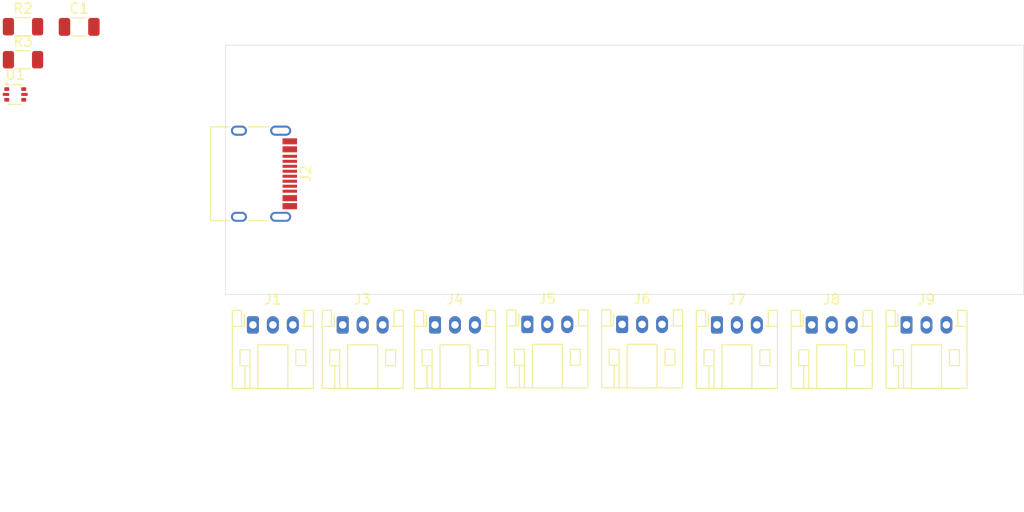
<source format=kicad_pcb>
(kicad_pcb (version 20241229) (generator "pcbnew") (generator_version "9.0")
  (layers (0 "F.Cu" signal) (2 "B.Cu" signal) (13 "F.Paste" user) (15 "B.Paste" user) (5 "F.SilkS" user "F.Silkscreen") (7 "B.SilkS" user "B.Silkscreen") (1 "F.Mask" user) (3 "B.Mask" user) (25 "Edge.Cuts" user))
  (net 0 "")
  (net 1 "+5V")
  (net 2 "GND")
  (net 5 "Net-(J2-D--PadA7)")
  (net 6 "Net-(J2-D+-PadA6)")
  (net 8 "Net-(J2-CC1)")
  (net 11 "Net-(J2-CC2)")
  (footprint "Connector_USB:USB_C_Receptacle_HRO_TYPE-C-31-M-12" (layer "F.Cu") (at 2.4 12.89 -90)
    (property "Reference" "J2" (at 0 -5.645 90) (layer "F.SilkS"))
    (property "Value" "USB_C_Receptacle_USB2.0_16P")
    (fp_line (start -4.7 3.9) (end 4.7 3.9) (stroke (width 0.12)) (layer "F.SilkS"))
    (fp_line (start -4.7 2) (end -4.7 3.9) (stroke (width 0.12)) (layer "F.SilkS"))
    (fp_line (start 4.7 2) (end 4.7 3.9) (stroke (width 0.12)) (layer "F.SilkS"))
    (fp_line (start -4.7 -1.9) (end -4.7 0.1) (stroke (width 0.12)) (layer "F.SilkS"))
    (fp_line (start 4.7 -1.9) (end 4.7 0.1) (stroke (width 0.12)) (layer "F.SilkS"))
    (pad "" np_thru_hole circle (at -2.89 -2.6 270) (size 0.65 0.65) (drill 0.65) (layers "*.Cu" "*.Mask"))
    (pad "" np_thru_hole circle (at 2.89 -2.6 270) (size 0.65 0.65) (drill 0.65) (layers "*.Cu" "*.Mask"))
    (pad "A1" smd rect (at -3.25 -4.045 270) (size 0.6 1.45) (layers "F.Cu" "F.Mask" "F.Paste") (net 2 "GND"))
    (pad "A4" smd rect (at -2.45 -4.045 270) (size 0.6 1.45) (layers "F.Cu" "F.Mask" "F.Paste") (net 1 "+5V"))
    (pad "A5" smd rect (at -1.25 -4.045 270) (size 0.3 1.45) (layers "F.Cu" "F.Mask" "F.Paste") (net 8 "Net-(J2-CC1)"))
    (pad "A6" smd rect (at -0.25 -4.045 270) (size 0.3 1.45) (layers "F.Cu" "F.Mask" "F.Paste") (net 6 "Net-(J2-D+-PadA6)"))
    (pad "A7" smd rect (at 0.25 -4.045 270) (size 0.3 1.45) (layers "F.Cu" "F.Mask" "F.Paste") (net 5 "Net-(J2-D--PadA7)"))
    (pad "A8" smd rect (at 1.25 -4.045 270) (size 0.3 1.45) (layers "F.Cu" "F.Mask" "F.Paste"))
    (pad "A9" smd rect (at 2.45 -4.045 270) (size 0.6 1.45) (layers "F.Cu" "F.Mask" "F.Paste") (net 1 "+5V"))
    (pad "A12" smd rect (at 3.25 -4.045 270) (size 0.6 1.45) (layers "F.Cu" "F.Mask" "F.Paste") (net 2 "GND"))
    (pad "B1" smd rect (at 3.25 -4.045 270) (size 0.6 1.45) (layers "F.Cu" "F.Mask" "F.Paste") (net 2 "GND"))
    (pad "B4" smd rect (at 2.45 -4.045 270) (size 0.6 1.45) (layers "F.Cu" "F.Mask" "F.Paste") (net 1 "+5V"))
    (pad "B5" smd rect (at 1.75 -4.045 270) (size 0.3 1.45) (layers "F.Cu" "F.Mask" "F.Paste") (net 11 "Net-(J2-CC2)"))
    (pad "B6" smd rect (at 0.75 -4.045 270) (size 0.3 1.45) (layers "F.Cu" "F.Mask" "F.Paste") (net 6 "Net-(J2-D+-PadA6)"))
    (pad "B7" smd rect (at -0.75 -4.045 270) (size 0.3 1.45) (layers "F.Cu" "F.Mask" "F.Paste") (net 5 "Net-(J2-D--PadA7)"))
    (pad "B8" smd rect (at -1.75 -4.045 270) (size 0.3 1.45) (layers "F.Cu" "F.Mask" "F.Paste"))
    (pad "B9" smd rect (at -2.45 -4.045 270) (size 0.6 1.45) (layers "F.Cu" "F.Mask" "F.Paste") (net 1 "+5V"))
    (pad "B12" smd rect (at -3.25 -4.045 270) (size 0.6 1.45) (layers "F.Cu" "F.Mask" "F.Paste") (net 2 "GND"))
    (pad "S1" thru_hole oval (at -4.32 -3.13 270) (size 1 2.1) (drill oval 0.6 1.7) (property pad_prop_heatsink) (layers "*.Cu" "*.Mask"))
    (pad "S1" thru_hole oval (at -4.32 1.05 270) (size 1 1.6) (drill oval 0.6 1.2) (property pad_prop_heatsink) (layers "*.Cu" "*.Mask"))
    (pad "S1" thru_hole oval (at 4.32 -3.13 270) (size 1 2.1) (drill oval 0.6 1.7) (property pad_prop_heatsink) (layers "*.Cu" "*.Mask"))
    (pad "S1" thru_hole oval (at 4.32 1.05 270) (size 1 1.6) (drill oval 0.6 1.2) (property pad_prop_heatsink) (layers "*.Cu" "*.Mask"))
  )
  (footprint "Package_TO_SOT_SMD:SOT-666" (layer "F.Cu") (at -21.07 4.935)
    (property "Reference" "U1" (at 0 -2 0) (layer "F.SilkS"))
    (property "Value" "USBLC6-2P6")
    (fp_line (start 0.65 -0.99) (end -0.4 -0.99) (stroke (width 0.12)) (layer "F.SilkS"))
    (fp_line (start 0.65 0.99) (end -0.65 0.99) (stroke (width 0.12)) (layer "F.SilkS"))
    (fp_poly (pts (xy -0.77 -0.99) (xy -1.05 -0.99) (xy -0.77 -1.27) (xy -0.77 -0.99)) (stroke (width 0.12)) (fill yes) (layer "F.SilkS"))
    (pad "1" smd roundrect (at -0.85 -0.5375) (size 0.5 0.375) (layers "F.Cu" "F.Mask" "F.Paste") (net 5 "Net-(J2-D--PadA7)"))
    (pad "2" smd roundrect (at -0.925 0) (size 0.65 0.3) (layers "F.Cu" "F.Mask" "F.Paste") (net 2 "GND"))
    (pad "3" smd roundrect (at -0.85 0.5375) (size 0.5 0.375) (layers "F.Cu" "F.Mask" "F.Paste") (net 6 "Net-(J2-D+-PadA6)"))
    (pad "4" smd roundrect (at 0.85 0.5375) (size 0.5 0.375) (layers "F.Cu" "F.Mask" "F.Paste"))
    (pad "5" smd roundrect (at 0.925 0) (size 0.65 0.3) (layers "F.Cu" "F.Mask" "F.Paste") (net 1 "+5V"))
    (pad "6" smd roundrect (at 0.85 -0.5375) (size 0.5 0.375) (layers "F.Cu" "F.Mask" "F.Paste"))
  )
  (footprint "Connector_JST:JST_PH_S3B-PH-K_1x03_P2.00mm_Horizontal" (layer "F.Cu") (at 49.25 28.05)
    (property "Reference" "J7" (at 2 -2.55 0) (layer "F.SilkS"))
    (property "Value" "Conn_01x03")
    (fp_line (start -2.06 -1.46) (end -2.06 6.36) (stroke (width 0.12)) (layer "F.SilkS"))
    (fp_line (start -2.06 0.14) (end -1.14 0.14) (stroke (width 0.12)) (layer "F.SilkS"))
    (fp_line (start -2.06 6.36) (end 6.06 6.36) (stroke (width 0.12)) (layer "F.SilkS"))
    (fp_line (start -1.14 -1.46) (end -2.06 -1.46) (stroke (width 0.12)) (layer "F.SilkS"))
    (fp_line (start -1.14 0.14) (end -1.14 -1.46) (stroke (width 0.12)) (layer "F.SilkS"))
    (fp_line (start -0.86 0.14) (end -1.14 0.14) (stroke (width 0.12)) (layer "F.SilkS"))
    (fp_line (start -0.86 0.14) (end -0.86 -1.075) (stroke (width 0.12)) (layer "F.SilkS"))
    (fp_line (start -0.8 4.1) (end -0.8 6.36) (stroke (width 0.12)) (layer "F.SilkS"))
    (fp_line (start -0.3 4.1) (end -0.3 6.36) (stroke (width 0.12)) (layer "F.SilkS"))
    (fp_line (start 0.5 2) (end 3.5 2) (stroke (width 0.12)) (layer "F.SilkS"))
    (fp_line (start 0.5 6.36) (end 0.5 2) (stroke (width 0.12)) (layer "F.SilkS"))
    (fp_line (start 3.5 2) (end 3.5 6.36) (stroke (width 0.12)) (layer "F.SilkS"))
    (fp_line (start 5.14 -1.46) (end 5.14 0.14) (stroke (width 0.12)) (layer "F.SilkS"))
    (fp_line (start 5.14 0.14) (end 4.86 0.14) (stroke (width 0.12)) (layer "F.SilkS"))
    (fp_line (start 6.06 -1.46) (end 5.14 -1.46) (stroke (width 0.12)) (layer "F.SilkS"))
    (fp_line (start 6.06 0.14) (end 5.14 0.14) (stroke (width 0.12)) (layer "F.SilkS"))
    (fp_line (start 6.06 6.36) (end 6.06 -1.46) (stroke (width 0.12)) (layer "F.SilkS"))
    (fp_rect (start -1.3 2.5) (end -0.3 4.1) (stroke (width 0.12)) (fill no) (layer "F.SilkS"))
    (fp_rect (start 4.3 2.5) (end 5.3 4.1) (stroke (width 0.12)) (fill no) (layer "F.SilkS"))
    (pad "1" thru_hole roundrect (at 0 0) (size 1.2 1.75) (drill 0.75) (layers "*.Cu" "*.Mask") (roundrect_rratio 0.208333) (net 1 "+5V"))
    (pad "2" thru_hole oval (at 2 0) (size 1.2 1.75) (drill 0.75) (layers "*.Cu" "*.Mask"))
    (pad "3" thru_hole oval (at 4 0) (size 1.2 1.75) (drill 0.75) (layers "*.Cu" "*.Mask") (net 2 "GND"))
  )
  (footprint "Connector_JST:JST_PH_S3B-PH-K_1x03_P2.00mm_Horizontal" (layer "F.Cu") (at 39.75 28)
    (property "Reference" "J6" (at 2 -2.55 0) (layer "F.SilkS"))
    (property "Value" "Conn_01x03")
    (fp_line (start -2.06 -1.46) (end -2.06 6.36) (stroke (width 0.12)) (layer "F.SilkS"))
    (fp_line (start -2.06 0.14) (end -1.14 0.14) (stroke (width 0.12)) (layer "F.SilkS"))
    (fp_line (start -2.06 6.36) (end 6.06 6.36) (stroke (width 0.12)) (layer "F.SilkS"))
    (fp_line (start -1.14 -1.46) (end -2.06 -1.46) (stroke (width 0.12)) (layer "F.SilkS"))
    (fp_line (start -1.14 0.14) (end -1.14 -1.46) (stroke (width 0.12)) (layer "F.SilkS"))
    (fp_line (start -0.86 0.14) (end -1.14 0.14) (stroke (width 0.12)) (layer "F.SilkS"))
    (fp_line (start -0.86 0.14) (end -0.86 -1.075) (stroke (width 0.12)) (layer "F.SilkS"))
    (fp_line (start -0.8 4.1) (end -0.8 6.36) (stroke (width 0.12)) (layer "F.SilkS"))
    (fp_line (start -0.3 4.1) (end -0.3 6.36) (stroke (width 0.12)) (layer "F.SilkS"))
    (fp_line (start 0.5 2) (end 3.5 2) (stroke (width 0.12)) (layer "F.SilkS"))
    (fp_line (start 0.5 6.36) (end 0.5 2) (stroke (width 0.12)) (layer "F.SilkS"))
    (fp_line (start 3.5 2) (end 3.5 6.36) (stroke (width 0.12)) (layer "F.SilkS"))
    (fp_line (start 5.14 -1.46) (end 5.14 0.14) (stroke (width 0.12)) (layer "F.SilkS"))
    (fp_line (start 5.14 0.14) (end 4.86 0.14) (stroke (width 0.12)) (layer "F.SilkS"))
    (fp_line (start 6.06 -1.46) (end 5.14 -1.46) (stroke (width 0.12)) (layer "F.SilkS"))
    (fp_line (start 6.06 0.14) (end 5.14 0.14) (stroke (width 0.12)) (layer "F.SilkS"))
    (fp_line (start 6.06 6.36) (end 6.06 -1.46) (stroke (width 0.12)) (layer "F.SilkS"))
    (fp_rect (start -1.3 2.5) (end -0.3 4.1) (stroke (width 0.12)) (fill no) (layer "F.SilkS"))
    (fp_rect (start 4.3 2.5) (end 5.3 4.1) (stroke (width 0.12)) (fill no) (layer "F.SilkS"))
    (pad "1" thru_hole roundrect (at 0 0) (size 1.2 1.75) (drill 0.75) (layers "*.Cu" "*.Mask") (roundrect_rratio 0.208333) (net 1 "+5V"))
    (pad "2" thru_hole oval (at 2 0) (size 1.2 1.75) (drill 0.75) (layers "*.Cu" "*.Mask"))
    (pad "3" thru_hole oval (at 4 0) (size 1.2 1.75) (drill 0.75) (layers "*.Cu" "*.Mask") (net 2 "GND"))
  )
  (footprint "Connector_JST:JST_PH_S3B-PH-K_1x03_P2.00mm_Horizontal" (layer "F.Cu") (at 58.75 28.05)
    (property "Reference" "J8" (at 2 -2.55 0) (layer "F.SilkS"))
    (property "Value" "Conn_01x03")
    (fp_line (start -2.06 -1.46) (end -2.06 6.36) (stroke (width 0.12)) (layer "F.SilkS"))
    (fp_line (start -2.06 0.14) (end -1.14 0.14) (stroke (width 0.12)) (layer "F.SilkS"))
    (fp_line (start -2.06 6.36) (end 6.06 6.36) (stroke (width 0.12)) (layer "F.SilkS"))
    (fp_line (start -1.14 -1.46) (end -2.06 -1.46) (stroke (width 0.12)) (layer "F.SilkS"))
    (fp_line (start -1.14 0.14) (end -1.14 -1.46) (stroke (width 0.12)) (layer "F.SilkS"))
    (fp_line (start -0.86 0.14) (end -1.14 0.14) (stroke (width 0.12)) (layer "F.SilkS"))
    (fp_line (start -0.86 0.14) (end -0.86 -1.075) (stroke (width 0.12)) (layer "F.SilkS"))
    (fp_line (start -0.8 4.1) (end -0.8 6.36) (stroke (width 0.12)) (layer "F.SilkS"))
    (fp_line (start -0.3 4.1) (end -0.3 6.36) (stroke (width 0.12)) (layer "F.SilkS"))
    (fp_line (start 0.5 2) (end 3.5 2) (stroke (width 0.12)) (layer "F.SilkS"))
    (fp_line (start 0.5 6.36) (end 0.5 2) (stroke (width 0.12)) (layer "F.SilkS"))
    (fp_line (start 3.5 2) (end 3.5 6.36) (stroke (width 0.12)) (layer "F.SilkS"))
    (fp_line (start 5.14 -1.46) (end 5.14 0.14) (stroke (width 0.12)) (layer "F.SilkS"))
    (fp_line (start 5.14 0.14) (end 4.86 0.14) (stroke (width 0.12)) (layer "F.SilkS"))
    (fp_line (start 6.06 -1.46) (end 5.14 -1.46) (stroke (width 0.12)) (layer "F.SilkS"))
    (fp_line (start 6.06 0.14) (end 5.14 0.14) (stroke (width 0.12)) (layer "F.SilkS"))
    (fp_line (start 6.06 6.36) (end 6.06 -1.46) (stroke (width 0.12)) (layer "F.SilkS"))
    (fp_rect (start -1.3 2.5) (end -0.3 4.1) (stroke (width 0.12)) (fill no) (layer "F.SilkS"))
    (fp_rect (start 4.3 2.5) (end 5.3 4.1) (stroke (width 0.12)) (fill no) (layer "F.SilkS"))
    (pad "1" thru_hole roundrect (at 0 0) (size 1.2 1.75) (drill 0.75) (layers "*.Cu" "*.Mask") (roundrect_rratio 0.208333) (net 1 "+5V"))
    (pad "2" thru_hole oval (at 2 0) (size 1.2 1.75) (drill 0.75) (layers "*.Cu" "*.Mask"))
    (pad "3" thru_hole oval (at 4 0) (size 1.2 1.75) (drill 0.75) (layers "*.Cu" "*.Mask") (net 2 "GND"))
  )
  (footprint "Capacitor_SMD:C_1206_3216Metric" (layer "F.Cu") (at -14.66 -1.84)
    (property "Reference" "C1" (at 0 -1.85 0) (layer "F.SilkS"))
    (property "Value" "100nF")
    (fp_line (start -0.711252 -0.91) (end 0.711252 -0.91) (stroke (width 0.12)) (layer "F.SilkS"))
    (fp_line (start -0.711252 0.91) (end 0.711252 0.91) (stroke (width 0.12)) (layer "F.SilkS"))
    (pad "1" smd roundrect (at -1.475 0) (size 1.15 1.8) (layers "F.Cu" "F.Mask" "F.Paste") (roundrect_rratio 0.217391) (net 1 "+5V"))
    (pad "2" smd roundrect (at 1.475 0) (size 1.15 1.8) (layers "F.Cu" "F.Mask" "F.Paste") (roundrect_rratio 0.217391) (net 2 "GND"))
  )
  (footprint "Connector_JST:JST_PH_S3B-PH-K_1x03_P2.00mm_Horizontal" (layer "F.Cu") (at 2.75 28.05)
    (property "Reference" "J1" (at 2 -2.55 0) (layer "F.SilkS"))
    (property "Value" "Conn_01x03")
    (fp_line (start -2.06 -1.46) (end -2.06 6.36) (stroke (width 0.12)) (layer "F.SilkS"))
    (fp_line (start -2.06 0.14) (end -1.14 0.14) (stroke (width 0.12)) (layer "F.SilkS"))
    (fp_line (start -2.06 6.36) (end 6.06 6.36) (stroke (width 0.12)) (layer "F.SilkS"))
    (fp_line (start -1.14 -1.46) (end -2.06 -1.46) (stroke (width 0.12)) (layer "F.SilkS"))
    (fp_line (start -1.14 0.14) (end -1.14 -1.46) (stroke (width 0.12)) (layer "F.SilkS"))
    (fp_line (start -0.86 0.14) (end -1.14 0.14) (stroke (width 0.12)) (layer "F.SilkS"))
    (fp_line (start -0.86 0.14) (end -0.86 -1.075) (stroke (width 0.12)) (layer "F.SilkS"))
    (fp_line (start -0.8 4.1) (end -0.8 6.36) (stroke (width 0.12)) (layer "F.SilkS"))
    (fp_line (start -0.3 4.1) (end -0.3 6.36) (stroke (width 0.12)) (layer "F.SilkS"))
    (fp_line (start 0.5 2) (end 3.5 2) (stroke (width 0.12)) (layer "F.SilkS"))
    (fp_line (start 0.5 6.36) (end 0.5 2) (stroke (width 0.12)) (layer "F.SilkS"))
    (fp_line (start 3.5 2) (end 3.5 6.36) (stroke (width 0.12)) (layer "F.SilkS"))
    (fp_line (start 5.14 -1.46) (end 5.14 0.14) (stroke (width 0.12)) (layer "F.SilkS"))
    (fp_line (start 5.14 0.14) (end 4.86 0.14) (stroke (width 0.12)) (layer "F.SilkS"))
    (fp_line (start 6.06 -1.46) (end 5.14 -1.46) (stroke (width 0.12)) (layer "F.SilkS"))
    (fp_line (start 6.06 0.14) (end 5.14 0.14) (stroke (width 0.12)) (layer "F.SilkS"))
    (fp_line (start 6.06 6.36) (end 6.06 -1.46) (stroke (width 0.12)) (layer "F.SilkS"))
    (fp_rect (start -1.3 2.5) (end -0.3 4.1) (stroke (width 0.12)) (fill no) (layer "F.SilkS"))
    (fp_rect (start 4.3 2.5) (end 5.3 4.1) (stroke (width 0.12)) (fill no) (layer "F.SilkS"))
    (pad "1" thru_hole roundrect (at 0 0) (size 1.2 1.75) (drill 0.75) (layers "*.Cu" "*.Mask") (roundrect_rratio 0.208333) (net 1 "+5V"))
    (pad "2" thru_hole oval (at 2 0) (size 1.2 1.75) (drill 0.75) (layers "*.Cu" "*.Mask"))
    (pad "3" thru_hole oval (at 4 0) (size 1.2 1.75) (drill 0.75) (layers "*.Cu" "*.Mask") (net 2 "GND"))
  )
  (footprint "Connector_JST:JST_PH_S3B-PH-K_1x03_P2.00mm_Horizontal" (layer "F.Cu") (at 68.25 28.05)
    (property "Reference" "J9" (at 2 -2.55 0) (layer "F.SilkS"))
    (property "Value" "Conn_01x03")
    (fp_line (start -2.06 -1.46) (end -2.06 6.36) (stroke (width 0.12)) (layer "F.SilkS"))
    (fp_line (start -2.06 0.14) (end -1.14 0.14) (stroke (width 0.12)) (layer "F.SilkS"))
    (fp_line (start -2.06 6.36) (end 6.06 6.36) (stroke (width 0.12)) (layer "F.SilkS"))
    (fp_line (start -1.14 -1.46) (end -2.06 -1.46) (stroke (width 0.12)) (layer "F.SilkS"))
    (fp_line (start -1.14 0.14) (end -1.14 -1.46) (stroke (width 0.12)) (layer "F.SilkS"))
    (fp_line (start -0.86 0.14) (end -1.14 0.14) (stroke (width 0.12)) (layer "F.SilkS"))
    (fp_line (start -0.86 0.14) (end -0.86 -1.075) (stroke (width 0.12)) (layer "F.SilkS"))
    (fp_line (start -0.8 4.1) (end -0.8 6.36) (stroke (width 0.12)) (layer "F.SilkS"))
    (fp_line (start -0.3 4.1) (end -0.3 6.36) (stroke (width 0.12)) (layer "F.SilkS"))
    (fp_line (start 0.5 2) (end 3.5 2) (stroke (width 0.12)) (layer "F.SilkS"))
    (fp_line (start 0.5 6.36) (end 0.5 2) (stroke (width 0.12)) (layer "F.SilkS"))
    (fp_line (start 3.5 2) (end 3.5 6.36) (stroke (width 0.12)) (layer "F.SilkS"))
    (fp_line (start 5.14 -1.46) (end 5.14 0.14) (stroke (width 0.12)) (layer "F.SilkS"))
    (fp_line (start 5.14 0.14) (end 4.86 0.14) (stroke (width 0.12)) (layer "F.SilkS"))
    (fp_line (start 6.06 -1.46) (end 5.14 -1.46) (stroke (width 0.12)) (layer "F.SilkS"))
    (fp_line (start 6.06 0.14) (end 5.14 0.14) (stroke (width 0.12)) (layer "F.SilkS"))
    (fp_line (start 6.06 6.36) (end 6.06 -1.46) (stroke (width 0.12)) (layer "F.SilkS"))
    (fp_rect (start -1.3 2.5) (end -0.3 4.1) (stroke (width 0.12)) (fill no) (layer "F.SilkS"))
    (fp_rect (start 4.3 2.5) (end 5.3 4.1) (stroke (width 0.12)) (fill no) (layer "F.SilkS"))
    (pad "1" thru_hole roundrect (at 0 0) (size 1.2 1.75) (drill 0.75) (layers "*.Cu" "*.Mask") (roundrect_rratio 0.208333) (net 1 "+5V"))
    (pad "2" thru_hole oval (at 2 0) (size 1.2 1.75) (drill 0.75) (layers "*.Cu" "*.Mask"))
    (pad "3" thru_hole oval (at 4 0) (size 1.2 1.75) (drill 0.75) (layers "*.Cu" "*.Mask") (net 2 "GND"))
  )
  (footprint "Resistor_SMD:R_1206_3216Metric" (layer "F.Cu") (at -20.29 1.45)
    (property "Reference" "R3" (at 0 -1.83 0) (layer "F.SilkS"))
    (property "Value" "5k1")
    (fp_line (start -0.727064 -0.91) (end 0.727064 -0.91) (stroke (width 0.12)) (layer "F.SilkS"))
    (fp_line (start -0.727064 0.91) (end 0.727064 0.91) (stroke (width 0.12)) (layer "F.SilkS"))
    (pad "1" smd roundrect (at -1.4625 0) (size 1.125 1.75) (layers "F.Cu" "F.Mask" "F.Paste") (roundrect_rratio 0.222222) (net 11 "Net-(J2-CC2)"))
    (pad "2" smd roundrect (at 1.4625 0) (size 1.125 1.75) (layers "F.Cu" "F.Mask" "F.Paste") (roundrect_rratio 0.222222) (net 2 "GND"))
  )
  (footprint "Connector_JST:JST_PH_S3B-PH-K_1x03_P2.00mm_Horizontal" (layer "F.Cu") (at 30.25 28)
    (property "Reference" "J5" (at 2 -2.55 0) (layer "F.SilkS"))
    (property "Value" "Conn_01x03")
    (fp_line (start -2.06 -1.46) (end -2.06 6.36) (stroke (width 0.12)) (layer "F.SilkS"))
    (fp_line (start -2.06 0.14) (end -1.14 0.14) (stroke (width 0.12)) (layer "F.SilkS"))
    (fp_line (start -2.06 6.36) (end 6.06 6.36) (stroke (width 0.12)) (layer "F.SilkS"))
    (fp_line (start -1.14 -1.46) (end -2.06 -1.46) (stroke (width 0.12)) (layer "F.SilkS"))
    (fp_line (start -1.14 0.14) (end -1.14 -1.46) (stroke (width 0.12)) (layer "F.SilkS"))
    (fp_line (start -0.86 0.14) (end -1.14 0.14) (stroke (width 0.12)) (layer "F.SilkS"))
    (fp_line (start -0.86 0.14) (end -0.86 -1.075) (stroke (width 0.12)) (layer "F.SilkS"))
    (fp_line (start -0.8 4.1) (end -0.8 6.36) (stroke (width 0.12)) (layer "F.SilkS"))
    (fp_line (start -0.3 4.1) (end -0.3 6.36) (stroke (width 0.12)) (layer "F.SilkS"))
    (fp_line (start 0.5 2) (end 3.5 2) (stroke (width 0.12)) (layer "F.SilkS"))
    (fp_line (start 0.5 6.36) (end 0.5 2) (stroke (width 0.12)) (layer "F.SilkS"))
    (fp_line (start 3.5 2) (end 3.5 6.36) (stroke (width 0.12)) (layer "F.SilkS"))
    (fp_line (start 5.14 -1.46) (end 5.14 0.14) (stroke (width 0.12)) (layer "F.SilkS"))
    (fp_line (start 5.14 0.14) (end 4.86 0.14) (stroke (width 0.12)) (layer "F.SilkS"))
    (fp_line (start 6.06 -1.46) (end 5.14 -1.46) (stroke (width 0.12)) (layer "F.SilkS"))
    (fp_line (start 6.06 0.14) (end 5.14 0.14) (stroke (width 0.12)) (layer "F.SilkS"))
    (fp_line (start 6.06 6.36) (end 6.06 -1.46) (stroke (width 0.12)) (layer "F.SilkS"))
    (fp_rect (start -1.3 2.5) (end -0.3 4.1) (stroke (width 0.12)) (fill no) (layer "F.SilkS"))
    (fp_rect (start 4.3 2.5) (end 5.3 4.1) (stroke (width 0.12)) (fill no) (layer "F.SilkS"))
    (pad "1" thru_hole roundrect (at 0 0) (size 1.2 1.75) (drill 0.75) (layers "*.Cu" "*.Mask") (roundrect_rratio 0.208333) (net 1 "+5V"))
    (pad "2" thru_hole oval (at 2 0) (size 1.2 1.75) (drill 0.75) (layers "*.Cu" "*.Mask"))
    (pad "3" thru_hole oval (at 4 0) (size 1.2 1.75) (drill 0.75) (layers "*.Cu" "*.Mask") (net 2 "GND"))
  )
  (footprint "Connector_JST:JST_PH_S3B-PH-K_1x03_P2.00mm_Horizontal" (layer "F.Cu") (at 21 28.05)
    (property "Reference" "J4" (at 2 -2.55 0) (layer "F.SilkS"))
    (property "Value" "Conn_01x03")
    (fp_line (start -2.06 -1.46) (end -2.06 6.36) (stroke (width 0.12)) (layer "F.SilkS"))
    (fp_line (start -2.06 0.14) (end -1.14 0.14) (stroke (width 0.12)) (layer "F.SilkS"))
    (fp_line (start -2.06 6.36) (end 6.06 6.36) (stroke (width 0.12)) (layer "F.SilkS"))
    (fp_line (start -1.14 -1.46) (end -2.06 -1.46) (stroke (width 0.12)) (layer "F.SilkS"))
    (fp_line (start -1.14 0.14) (end -1.14 -1.46) (stroke (width 0.12)) (layer "F.SilkS"))
    (fp_line (start -0.86 0.14) (end -1.14 0.14) (stroke (width 0.12)) (layer "F.SilkS"))
    (fp_line (start -0.86 0.14) (end -0.86 -1.075) (stroke (width 0.12)) (layer "F.SilkS"))
    (fp_line (start -0.8 4.1) (end -0.8 6.36) (stroke (width 0.12)) (layer "F.SilkS"))
    (fp_line (start -0.3 4.1) (end -0.3 6.36) (stroke (width 0.12)) (layer "F.SilkS"))
    (fp_line (start 0.5 2) (end 3.5 2) (stroke (width 0.12)) (layer "F.SilkS"))
    (fp_line (start 0.5 6.36) (end 0.5 2) (stroke (width 0.12)) (layer "F.SilkS"))
    (fp_line (start 3.5 2) (end 3.5 6.36) (stroke (width 0.12)) (layer "F.SilkS"))
    (fp_line (start 5.14 -1.46) (end 5.14 0.14) (stroke (width 0.12)) (layer "F.SilkS"))
    (fp_line (start 5.14 0.14) (end 4.86 0.14) (stroke (width 0.12)) (layer "F.SilkS"))
    (fp_line (start 6.06 -1.46) (end 5.14 -1.46) (stroke (width 0.12)) (layer "F.SilkS"))
    (fp_line (start 6.06 0.14) (end 5.14 0.14) (stroke (width 0.12)) (layer "F.SilkS"))
    (fp_line (start 6.06 6.36) (end 6.06 -1.46) (stroke (width 0.12)) (layer "F.SilkS"))
    (fp_rect (start -1.3 2.5) (end -0.3 4.1) (stroke (width 0.12)) (fill no) (layer "F.SilkS"))
    (fp_rect (start 4.3 2.5) (end 5.3 4.1) (stroke (width 0.12)) (fill no) (layer "F.SilkS"))
    (pad "1" thru_hole roundrect (at 0 0) (size 1.2 1.75) (drill 0.75) (layers "*.Cu" "*.Mask") (roundrect_rratio 0.208333) (net 1 "+5V"))
    (pad "2" thru_hole oval (at 2 0) (size 1.2 1.75) (drill 0.75) (layers "*.Cu" "*.Mask"))
    (pad "3" thru_hole oval (at 4 0) (size 1.2 1.75) (drill 0.75) (layers "*.Cu" "*.Mask") (net 2 "GND"))
  )
  (footprint "Connector_JST:JST_PH_S3B-PH-K_1x03_P2.00mm_Horizontal" (layer "F.Cu") (at 11.75 28.05)
    (property "Reference" "J3" (at 2 -2.55 0) (layer "F.SilkS"))
    (property "Value" "Conn_01x03")
    (fp_line (start -2.06 -1.46) (end -2.06 6.36) (stroke (width 0.12)) (layer "F.SilkS"))
    (fp_line (start -2.06 0.14) (end -1.14 0.14) (stroke (width 0.12)) (layer "F.SilkS"))
    (fp_line (start -2.06 6.36) (end 6.06 6.36) (stroke (width 0.12)) (layer "F.SilkS"))
    (fp_line (start -1.14 -1.46) (end -2.06 -1.46) (stroke (width 0.12)) (layer "F.SilkS"))
    (fp_line (start -1.14 0.14) (end -1.14 -1.46) (stroke (width 0.12)) (layer "F.SilkS"))
    (fp_line (start -0.86 0.14) (end -1.14 0.14) (stroke (width 0.12)) (layer "F.SilkS"))
    (fp_line (start -0.86 0.14) (end -0.86 -1.075) (stroke (width 0.12)) (layer "F.SilkS"))
    (fp_line (start -0.8 4.1) (end -0.8 6.36) (stroke (width 0.12)) (layer "F.SilkS"))
    (fp_line (start -0.3 4.1) (end -0.3 6.36) (stroke (width 0.12)) (layer "F.SilkS"))
    (fp_line (start 0.5 2) (end 3.5 2) (stroke (width 0.12)) (layer "F.SilkS"))
    (fp_line (start 0.5 6.36) (end 0.5 2) (stroke (width 0.12)) (layer "F.SilkS"))
    (fp_line (start 3.5 2) (end 3.5 6.36) (stroke (width 0.12)) (layer "F.SilkS"))
    (fp_line (start 5.14 -1.46) (end 5.14 0.14) (stroke (width 0.12)) (layer "F.SilkS"))
    (fp_line (start 5.14 0.14) (end 4.86 0.14) (stroke (width 0.12)) (layer "F.SilkS"))
    (fp_line (start 6.06 -1.46) (end 5.14 -1.46) (stroke (width 0.12)) (layer "F.SilkS"))
    (fp_line (start 6.06 0.14) (end 5.14 0.14) (stroke (width 0.12)) (layer "F.SilkS"))
    (fp_line (start 6.06 6.36) (end 6.06 -1.46) (stroke (width 0.12)) (layer "F.SilkS"))
    (fp_rect (start -1.3 2.5) (end -0.3 4.1) (stroke (width 0.12)) (fill no) (layer "F.SilkS"))
    (fp_rect (start 4.3 2.5) (end 5.3 4.1) (stroke (width 0.12)) (fill no) (layer "F.SilkS"))
    (pad "1" thru_hole roundrect (at 0 0) (size 1.2 1.75) (drill 0.75) (layers "*.Cu" "*.Mask") (roundrect_rratio 0.208333) (net 1 "+5V"))
    (pad "2" thru_hole oval (at 2 0) (size 1.2 1.75) (drill 0.75) (layers "*.Cu" "*.Mask"))
    (pad "3" thru_hole oval (at 4 0) (size 1.2 1.75) (drill 0.75) (layers "*.Cu" "*.Mask") (net 2 "GND"))
  )
  (footprint "Resistor_SMD:R_1206_3216Metric" (layer "F.Cu") (at -20.29 -1.86)
    (property "Reference" "R2" (at 0 -1.83 0) (layer "F.SilkS"))
    (property "Value" "5k1")
    (fp_line (start -0.727064 -0.91) (end 0.727064 -0.91) (stroke (width 0.12)) (layer "F.SilkS"))
    (fp_line (start -0.727064 0.91) (end 0.727064 0.91) (stroke (width 0.12)) (layer "F.SilkS"))
    (pad "1" smd roundrect (at -1.4625 0) (size 1.125 1.75) (layers "F.Cu" "F.Mask" "F.Paste") (roundrect_rratio 0.222222) (net 8 "Net-(J2-CC1)"))
    (pad "2" smd roundrect (at 1.4625 0) (size 1.125 1.75) (layers "F.Cu" "F.Mask" "F.Paste") (roundrect_rratio 0.222222) (net 2 "GND"))
  )
  (gr_rect (start 0 0) (end 80 25) (stroke (width 0.05)) (fill no) (layer "Edge.Cuts"))
)
</source>
